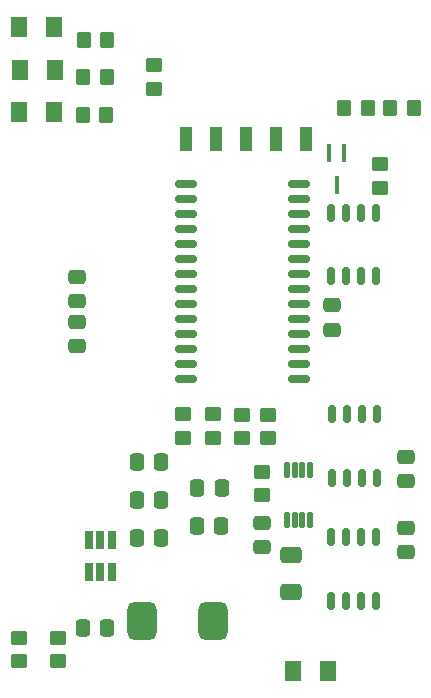
<source format=gbr>
%TF.GenerationSoftware,KiCad,Pcbnew,7.0.9*%
%TF.CreationDate,2024-03-18T15:24:44-04:00*%
%TF.ProjectId,charging_on_the_pad,63686172-6769-46e6-975f-6f6e5f746865,rev?*%
%TF.SameCoordinates,Original*%
%TF.FileFunction,Paste,Top*%
%TF.FilePolarity,Positive*%
%FSLAX46Y46*%
G04 Gerber Fmt 4.6, Leading zero omitted, Abs format (unit mm)*
G04 Created by KiCad (PCBNEW 7.0.9) date 2024-03-18 15:24:44*
%MOMM*%
%LPD*%
G01*
G04 APERTURE LIST*
G04 Aperture macros list*
%AMRoundRect*
0 Rectangle with rounded corners*
0 $1 Rounding radius*
0 $2 $3 $4 $5 $6 $7 $8 $9 X,Y pos of 4 corners*
0 Add a 4 corners polygon primitive as box body*
4,1,4,$2,$3,$4,$5,$6,$7,$8,$9,$2,$3,0*
0 Add four circle primitives for the rounded corners*
1,1,$1+$1,$2,$3*
1,1,$1+$1,$4,$5*
1,1,$1+$1,$6,$7*
1,1,$1+$1,$8,$9*
0 Add four rect primitives between the rounded corners*
20,1,$1+$1,$2,$3,$4,$5,0*
20,1,$1+$1,$4,$5,$6,$7,0*
20,1,$1+$1,$6,$7,$8,$9,0*
20,1,$1+$1,$8,$9,$2,$3,0*%
G04 Aperture macros list end*
%ADD10RoundRect,0.250001X0.462499X0.624999X-0.462499X0.624999X-0.462499X-0.624999X0.462499X-0.624999X0*%
%ADD11RoundRect,0.250000X-0.337500X-0.475000X0.337500X-0.475000X0.337500X0.475000X-0.337500X0.475000X0*%
%ADD12RoundRect,0.250000X-0.450000X0.350000X-0.450000X-0.350000X0.450000X-0.350000X0.450000X0.350000X0*%
%ADD13RoundRect,0.250000X0.337500X0.475000X-0.337500X0.475000X-0.337500X-0.475000X0.337500X-0.475000X0*%
%ADD14RoundRect,0.250000X-0.350000X-0.450000X0.350000X-0.450000X0.350000X0.450000X-0.350000X0.450000X0*%
%ADD15RoundRect,0.250000X0.450000X-0.350000X0.450000X0.350000X-0.450000X0.350000X-0.450000X-0.350000X0*%
%ADD16R,0.650000X1.560000*%
%ADD17RoundRect,0.150000X-0.150000X0.600000X-0.150000X-0.600000X0.150000X-0.600000X0.150000X0.600000X0*%
%ADD18RoundRect,0.625000X-0.625000X-1.000000X0.625000X-1.000000X0.625000X1.000000X-0.625000X1.000000X0*%
%ADD19RoundRect,0.250000X0.475000X-0.337500X0.475000X0.337500X-0.475000X0.337500X-0.475000X-0.337500X0*%
%ADD20RoundRect,0.250000X-0.475000X0.337500X-0.475000X-0.337500X0.475000X-0.337500X0.475000X0.337500X0*%
%ADD21RoundRect,0.250000X0.350000X0.450000X-0.350000X0.450000X-0.350000X-0.450000X0.350000X-0.450000X0*%
%ADD22R,1.000000X2.000000*%
%ADD23RoundRect,0.112500X-0.112500X0.587500X-0.112500X-0.587500X0.112500X-0.587500X0.112500X0.587500X0*%
%ADD24RoundRect,0.150000X-0.750000X-0.150000X0.750000X-0.150000X0.750000X0.150000X-0.750000X0.150000X0*%
%ADD25R,0.450000X1.500000*%
%ADD26RoundRect,0.250000X-0.650000X0.412500X-0.650000X-0.412500X0.650000X-0.412500X0.650000X0.412500X0*%
G04 APERTURE END LIST*
D10*
%TO.C,D1*%
X142457500Y-84667600D03*
X139482500Y-84667600D03*
%TD*%
%TO.C,D2*%
X142482900Y-81086200D03*
X139507900Y-81086200D03*
%TD*%
D11*
%TO.C,C17*%
X149432100Y-117500400D03*
X151507100Y-117500400D03*
%TD*%
D12*
%TO.C,R8*%
X150876000Y-80711800D03*
X150876000Y-82711800D03*
%TD*%
D13*
%TO.C,C28*%
X156612500Y-116522400D03*
X154537500Y-116522400D03*
%TD*%
D14*
%TO.C,R7*%
X144923000Y-78597000D03*
X146923000Y-78597000D03*
%TD*%
D15*
%TO.C,R1*%
X153365200Y-112261400D03*
X153365200Y-110261400D03*
%TD*%
D16*
%TO.C,U4*%
X145404800Y-123651000D03*
X146354800Y-123651000D03*
X147304800Y-123651000D03*
X147304800Y-120951000D03*
X146354800Y-120951000D03*
X145404800Y-120951000D03*
%TD*%
D13*
%TO.C,C26*%
X156587100Y-119735600D03*
X154512100Y-119735600D03*
%TD*%
D15*
%TO.C,R4*%
X160528000Y-112286800D03*
X160528000Y-110286800D03*
%TD*%
D17*
%TO.C,Q4*%
X169799000Y-110259800D03*
X168529000Y-110259800D03*
X167259000Y-110259800D03*
X165989000Y-110259800D03*
X169799000Y-115620800D03*
X168529000Y-115620800D03*
X167259000Y-115620800D03*
X165989000Y-115620800D03*
%TD*%
D10*
%TO.C,D3*%
X142446400Y-77454000D03*
X139471400Y-77454000D03*
%TD*%
D18*
%TO.C,L2*%
X149882600Y-127736600D03*
X155882600Y-127736600D03*
%TD*%
D17*
%TO.C,Q6*%
X169691000Y-93212000D03*
X168421000Y-93212000D03*
X167151000Y-93212000D03*
X165881000Y-93212000D03*
X169691000Y-98573000D03*
X168421000Y-98573000D03*
X167151000Y-98573000D03*
X165881000Y-98573000D03*
%TD*%
D11*
%TO.C,C21*%
X149432100Y-114300000D03*
X151507100Y-114300000D03*
%TD*%
D14*
%TO.C,R6*%
X144872200Y-81746600D03*
X146872200Y-81746600D03*
%TD*%
D13*
%TO.C,C24*%
X146935100Y-128397000D03*
X144860100Y-128397000D03*
%TD*%
D19*
%TO.C,C1*%
X144386300Y-100681700D03*
X144386300Y-98606700D03*
%TD*%
D15*
%TO.C,R2*%
X155905200Y-112261400D03*
X155905200Y-110261400D03*
%TD*%
D20*
%TO.C,C3*%
X165989000Y-101033000D03*
X165989000Y-103108000D03*
%TD*%
D19*
%TO.C,C23*%
X159994600Y-121509700D03*
X159994600Y-119434700D03*
%TD*%
D20*
%TO.C,C2*%
X144386300Y-102442100D03*
X144386300Y-104517100D03*
%TD*%
D10*
%TO.C,F2*%
X165647700Y-132003800D03*
X162672700Y-132003800D03*
%TD*%
D14*
%TO.C,R5*%
X144846800Y-84896200D03*
X146846800Y-84896200D03*
%TD*%
D21*
%TO.C,R26*%
X168995600Y-84302600D03*
X166995600Y-84302600D03*
%TD*%
D12*
%TO.C,R20*%
X139420600Y-129175000D03*
X139420600Y-131175000D03*
%TD*%
D15*
%TO.C,R19*%
X142748000Y-131175000D03*
X142748000Y-129175000D03*
%TD*%
%TO.C,R18*%
X160020000Y-117128800D03*
X160020000Y-115128800D03*
%TD*%
D22*
%TO.C,J2*%
X153619200Y-86937300D03*
X156159200Y-86937300D03*
X158699200Y-86937300D03*
X161239200Y-86937300D03*
X163779200Y-86937300D03*
%TD*%
D23*
%TO.C,U6*%
X164105000Y-114991500D03*
X163455000Y-114991500D03*
X162805000Y-114991500D03*
X162155000Y-114991500D03*
X162155000Y-119216500D03*
X162805000Y-119216500D03*
X163455000Y-119216500D03*
X164105000Y-119216500D03*
%TD*%
D19*
%TO.C,C29*%
X172197800Y-115916400D03*
X172197800Y-113841400D03*
%TD*%
D15*
%TO.C,R3*%
X158369000Y-112286800D03*
X158369000Y-110286800D03*
%TD*%
D20*
%TO.C,C30*%
X172197800Y-119878800D03*
X172197800Y-121953800D03*
%TD*%
D17*
%TO.C,Q3*%
X169646600Y-120694800D03*
X168376600Y-120694800D03*
X167106600Y-120694800D03*
X165836600Y-120694800D03*
X169646600Y-126055800D03*
X168376600Y-126055800D03*
X167106600Y-126055800D03*
X165836600Y-126055800D03*
%TD*%
D24*
%TO.C,U1*%
X153569000Y-90728800D03*
X153569000Y-91998800D03*
X153569000Y-93268800D03*
X153569000Y-94538800D03*
X153569000Y-95808800D03*
X153569000Y-97078800D03*
X153569000Y-98348800D03*
X153569000Y-99618800D03*
X153569000Y-100888800D03*
X153569000Y-102158800D03*
X153569000Y-103428800D03*
X153569000Y-104698800D03*
X153569000Y-105968800D03*
X153569000Y-107238800D03*
X163169000Y-107238800D03*
X163169000Y-105968800D03*
X163169000Y-104698800D03*
X163169000Y-103428800D03*
X163169000Y-102158800D03*
X163169000Y-100888800D03*
X163169000Y-99618800D03*
X163169000Y-98348800D03*
X163169000Y-97078800D03*
X163169000Y-95808800D03*
X163169000Y-94538800D03*
X163169000Y-93268800D03*
X163169000Y-91998800D03*
X163169000Y-90728800D03*
%TD*%
D25*
%TO.C,Q5*%
X167003800Y-88155000D03*
X165703800Y-88155000D03*
X166353800Y-90815000D03*
%TD*%
D21*
%TO.C,R25*%
X172907200Y-84302600D03*
X170907200Y-84302600D03*
%TD*%
D12*
%TO.C,R27*%
X169994200Y-89081200D03*
X169994200Y-91081200D03*
%TD*%
D11*
%TO.C,C19*%
X149432100Y-120700800D03*
X151507100Y-120700800D03*
%TD*%
D26*
%TO.C,R17*%
X162509200Y-122211700D03*
X162509200Y-125336700D03*
%TD*%
M02*

</source>
